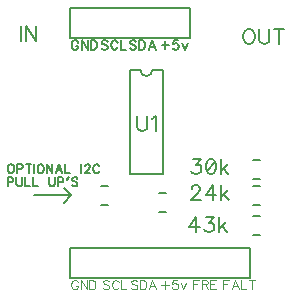
<source format=gto>
G04 DipTrace 3.0.0.2*
G04 TopSilk.GTO*
%MOIN*%
G04 #@! TF.FileFunction,Legend,Top*
G04 #@! TF.Part,Single*
%ADD10C,0.007874*%
%ADD37C,0.00772*%
%ADD38C,0.005906*%
%ADD39C,0.004632*%
%FSLAX26Y26*%
G04*
G70*
G90*
G75*
G01*
G04 TopSilk*
%LPD*%
X608101Y537453D2*
D10*
X1208046D1*
Y437451D1*
X608101D1*
Y537453D1*
X608056Y1337456D2*
X1008091D1*
Y1237451D1*
X608056D1*
Y1337456D1*
X713916Y680987D2*
X737475D1*
X713916Y743916D2*
X737475D1*
X907665Y655987D2*
X931224D1*
X907665Y718916D2*
X931224D1*
X1220159Y768488D2*
X1243718D1*
X1220159Y831417D2*
X1243718D1*
X1220159Y680987D2*
X1243718D1*
X1220159Y743916D2*
X1243718D1*
X1220159Y580986D2*
X1243718D1*
X1220159Y643915D2*
X1243718D1*
X809270Y1129420D2*
Y782963D1*
X919484Y1129420D2*
Y782963D1*
X809270D2*
X919484D1*
X809270Y1129420D2*
X844704D1*
X884050D2*
X919484D1*
X844704D2*
G03X884050Y1129420I19673J-6D01*
G01*
X489325Y712451D2*
X614325D1*
X589325Y687451D1*
X614325Y712451D2*
X589325Y737451D1*
X446107Y1275979D2*
D37*
Y1225739D1*
X495040Y1275979D2*
Y1225739D1*
X461546Y1275979D1*
Y1225739D1*
X1201577Y1266908D2*
X1196768Y1264532D1*
X1192015Y1259723D1*
X1189583Y1254970D1*
X1187207Y1247785D1*
Y1235791D1*
X1189583Y1228662D1*
X1192015Y1223853D1*
X1196768Y1219100D1*
X1201577Y1216668D1*
X1211138D1*
X1215892Y1219100D1*
X1220700Y1223853D1*
X1223077Y1228662D1*
X1225453Y1235791D1*
Y1247785D1*
X1223077Y1254970D1*
X1220700Y1259723D1*
X1215892Y1264532D1*
X1211138Y1266908D1*
X1201577D1*
X1240892D2*
Y1231038D1*
X1243269Y1223853D1*
X1248077Y1219100D1*
X1255262Y1216668D1*
X1260016D1*
X1267201Y1219100D1*
X1272009Y1223853D1*
X1274386Y1231038D1*
Y1266908D1*
X1306572D2*
Y1216668D1*
X1289825Y1266908D2*
X1323318D1*
X1018426Y833562D2*
X1044679D1*
X1030365Y814438D1*
X1037550D1*
X1042303Y812062D1*
X1044679Y809685D1*
X1047111Y802500D1*
Y797747D1*
X1044679Y790562D1*
X1039926Y785753D1*
X1032741Y783377D1*
X1025556D1*
X1018426Y785753D1*
X1016050Y788185D1*
X1013618Y792938D1*
X1076921Y833562D2*
X1069736Y831185D1*
X1064927Y824000D1*
X1062551Y812062D1*
Y804877D1*
X1064927Y792938D1*
X1069736Y785753D1*
X1076921Y783377D1*
X1081674D1*
X1088859Y785753D1*
X1093612Y792938D1*
X1096044Y804877D1*
Y812062D1*
X1093612Y824000D1*
X1088859Y831185D1*
X1081674Y833562D1*
X1076921D1*
X1093612Y824000D2*
X1064927Y792938D1*
X1111483Y833617D2*
Y783377D1*
X1135415Y816870D2*
X1111483Y792938D1*
X1121045Y802500D2*
X1137791Y783377D1*
X1014862Y734106D2*
Y736483D1*
X1017238Y741291D1*
X1019615Y743668D1*
X1024423Y746044D1*
X1033985D1*
X1038738Y743668D1*
X1041115Y741291D1*
X1043546Y736483D1*
Y731730D1*
X1041115Y726921D1*
X1036361Y719791D1*
X1012430Y695860D1*
X1045923D1*
X1085294D2*
Y746044D1*
X1061362Y712606D1*
X1097232D1*
X1112671Y746100D2*
Y695860D1*
X1136603Y729353D2*
X1112671Y705421D1*
X1122233Y714983D2*
X1138980Y695860D1*
X1030112Y589609D2*
Y639794D1*
X1006180Y606356D1*
X1042050D1*
X1062298Y639794D2*
X1088551D1*
X1074236Y620671D1*
X1081421D1*
X1086174Y618294D1*
X1088551Y615917D1*
X1090983Y608732D1*
Y603979D1*
X1088551Y596794D1*
X1083798Y591986D1*
X1076613Y589609D1*
X1069428D1*
X1062298Y591986D1*
X1059921Y594418D1*
X1057490Y599171D1*
X1106422Y639849D2*
Y589609D1*
X1130354Y623102D2*
X1106422Y599171D1*
X1115984Y608732D2*
X1132730Y589609D1*
X833914Y977667D2*
Y941797D1*
X836290Y934612D1*
X841099Y929858D1*
X848284Y927427D1*
X853037D1*
X860222Y929858D1*
X865030Y934612D1*
X867407Y941797D1*
Y977667D1*
X882846Y968050D2*
X887655Y970482D1*
X894840Y977611D1*
Y927427D1*
X410219Y816456D2*
D38*
X407623Y815030D1*
X405056Y812145D1*
X403743Y809293D1*
X402459Y804982D1*
Y797786D1*
X403743Y793508D1*
X405056Y790623D1*
X407623Y787771D1*
X410219Y786312D1*
X415382D1*
X417949Y787771D1*
X420546Y790623D1*
X421829Y793508D1*
X423112Y797786D1*
Y804982D1*
X421829Y809293D1*
X420546Y812145D1*
X417949Y815030D1*
X415382Y816456D1*
X410219D1*
X433742Y800671D2*
X445382D1*
X449232Y802097D1*
X450545Y803556D1*
X451829Y806408D1*
Y810719D1*
X450545Y813571D1*
X449232Y815030D1*
X445382Y816456D1*
X433742D1*
Y786312D1*
X471502Y816456D2*
Y786312D1*
X462459Y816456D2*
X480545D1*
X491175D2*
Y786312D1*
X509565Y816456D2*
X506968Y815030D1*
X504401Y812145D1*
X503088Y809293D1*
X501805Y804982D1*
Y797786D1*
X503088Y793508D1*
X504401Y790623D1*
X506968Y787771D1*
X509565Y786312D1*
X514728D1*
X517295Y787771D1*
X519891Y790623D1*
X521175Y793508D1*
X522458Y797786D1*
Y804982D1*
X521175Y809293D1*
X519891Y812145D1*
X517295Y815030D1*
X514728Y816456D1*
X509565D1*
X551174D2*
Y786312D1*
X533088Y816456D1*
Y786312D1*
X582487D2*
X572131Y816456D1*
X561804Y786312D1*
X565684Y796360D2*
X578607D1*
X593117Y816456D2*
Y786312D1*
X608607D1*
X647774Y816456D2*
Y786312D1*
X659717Y809260D2*
Y810685D1*
X661001Y813571D1*
X662284Y814997D1*
X664881Y816422D1*
X670044D1*
X672611Y814997D1*
X673894Y813571D1*
X675207Y810685D1*
Y807834D1*
X673894Y804949D1*
X671327Y800671D1*
X658404Y786312D1*
X676491D1*
X706490Y809293D2*
X705207Y812145D1*
X702610Y815030D1*
X700044Y816456D1*
X694880D1*
X692284Y815030D1*
X689717Y812145D1*
X688404Y809293D1*
X687120Y804982D1*
Y797786D1*
X688404Y793508D1*
X689717Y790623D1*
X692284Y787771D1*
X694880Y786312D1*
X700044D1*
X702610Y787771D1*
X705207Y790623D1*
X706490Y793508D1*
X402461Y756920D2*
X414100D1*
X417950Y758346D1*
X419264Y759805D1*
X420547Y762657D1*
Y766968D1*
X419264Y769820D1*
X417950Y771279D1*
X414100Y772705D1*
X402461D1*
Y742561D1*
X431177Y772705D2*
Y751183D1*
X432460Y746872D1*
X435057Y744020D1*
X438937Y742561D1*
X441504D1*
X445383Y744020D1*
X447980Y746872D1*
X449263Y751183D1*
Y772705D1*
X459893D2*
Y742561D1*
X475383D1*
X486013Y772705D2*
Y742561D1*
X501503D1*
X540670Y772705D2*
Y751183D1*
X541953Y746872D1*
X544550Y744020D1*
X548430Y742561D1*
X550997D1*
X554877Y744020D1*
X557473Y746872D1*
X558756Y751183D1*
Y772705D1*
X569386Y756920D2*
X581026D1*
X584876Y758346D1*
X586189Y759805D1*
X587473Y762657D1*
Y766968D1*
X586189Y769820D1*
X584876Y771279D1*
X581026Y772705D1*
X569386D1*
Y742561D1*
X604579Y772672D2*
X598103Y764050D1*
X605863Y771246D1*
X604579Y772672D1*
X634579Y768394D2*
X632012Y771279D1*
X628132Y772705D1*
X622969D1*
X619089Y771279D1*
X616492Y768394D1*
Y765542D1*
X617806Y762657D1*
X619089Y761231D1*
X621656Y759805D1*
X629416Y756920D1*
X632012Y755494D1*
X633296Y754035D1*
X634579Y751183D1*
Y746872D1*
X632012Y744020D1*
X628132Y742561D1*
X622969D1*
X619089Y744020D1*
X616492Y746872D1*
X635823Y422464D2*
D39*
X634397Y425316D1*
X631512Y428201D1*
X628660Y429627D1*
X622923D1*
X620038Y428201D1*
X617187Y425316D1*
X615727Y422464D1*
X614301Y418153D1*
Y410957D1*
X615727Y406679D1*
X617187Y403794D1*
X620038Y400942D1*
X622923Y399483D1*
X628660D1*
X631512Y400942D1*
X634397Y403794D1*
X635823Y406679D1*
Y410957D1*
X628660D1*
X665183Y429627D2*
Y399483D1*
X645087Y429627D1*
Y399483D1*
X674447Y429627D2*
Y399483D1*
X684495D1*
X688806Y400942D1*
X691691Y403794D1*
X693117Y406679D1*
X694543Y410957D1*
Y418153D1*
X693117Y422464D1*
X691691Y425316D1*
X688806Y428201D1*
X684495Y429627D1*
X674447D1*
X740636Y425317D2*
X737784Y428202D1*
X733473Y429628D1*
X727736D1*
X723425Y428202D1*
X720540Y425317D1*
Y422465D1*
X721999Y419580D1*
X723425Y418154D1*
X726277Y416728D1*
X734899Y413843D1*
X737784Y412417D1*
X739210Y410958D1*
X740636Y408106D1*
Y403795D1*
X737784Y400943D1*
X733473Y399484D1*
X727736D1*
X723425Y400943D1*
X720540Y403795D1*
X771422Y422465D2*
X769996Y425317D1*
X767111Y428202D1*
X764259Y429628D1*
X758522D1*
X755637Y428202D1*
X752785Y425317D1*
X751326Y422465D1*
X749900Y418154D1*
Y410958D1*
X751326Y406680D1*
X752785Y403795D1*
X755637Y400943D1*
X758522Y399484D1*
X764259D1*
X767111Y400943D1*
X769996Y403795D1*
X771422Y406680D1*
X780685Y429628D2*
Y399484D1*
X797896D1*
X834376Y425317D2*
X831525Y428202D1*
X827214Y429628D1*
X821477D1*
X817166Y428202D1*
X814280Y425317D1*
Y422465D1*
X815740Y419580D1*
X817166Y418154D1*
X820017Y416728D1*
X828639Y413843D1*
X831525Y412417D1*
X832951Y410958D1*
X834376Y408106D1*
Y403795D1*
X831525Y400943D1*
X827214Y399484D1*
X821477D1*
X817166Y400943D1*
X814280Y403795D1*
X843640Y429628D2*
Y399484D1*
X853688D1*
X857999Y400943D1*
X860884Y403795D1*
X862310Y406680D1*
X863736Y410958D1*
Y418154D1*
X862310Y422465D1*
X860884Y425317D1*
X857999Y428202D1*
X853688Y429628D1*
X843640D1*
X895981Y399484D2*
X884474Y429628D1*
X873000Y399484D1*
X877311Y409532D2*
X891670D1*
X1039189Y429628D2*
X1020519D1*
Y399484D1*
Y415269D2*
X1031993D1*
X1048453D2*
X1061353D1*
X1065664Y416728D1*
X1067123Y418154D1*
X1068549Y421006D1*
Y423891D1*
X1067123Y426743D1*
X1065664Y428202D1*
X1061353Y429628D1*
X1048453D1*
Y399484D1*
X1058501Y415269D2*
X1068549Y399484D1*
X1096449Y429628D2*
X1077812D1*
Y399484D1*
X1096449D1*
X1077812Y415269D2*
X1089286D1*
X1139179Y429628D2*
X1120509D1*
Y399484D1*
Y415269D2*
X1131983D1*
X1171423Y399484D2*
X1159916Y429628D1*
X1148442Y399484D1*
X1152753Y409532D2*
X1167112D1*
X1180687Y429628D2*
Y399484D1*
X1197898D1*
X1217209Y429628D2*
Y399484D1*
X1207161Y429628D2*
X1227257D1*
X927180Y427456D2*
Y401623D1*
X914280Y414523D2*
X940113D1*
X966588Y429595D2*
X952262D1*
X950836Y416695D1*
X952262Y418121D1*
X956573Y419580D1*
X960851D1*
X965162Y418121D1*
X968047Y415269D1*
X969473Y410958D1*
Y408106D1*
X968047Y403795D1*
X965162Y400910D1*
X960851Y399484D1*
X956573D1*
X952262Y400910D1*
X950836Y402369D1*
X949377Y405221D1*
X978737Y419580D2*
X987359Y399484D1*
X995947Y419580D1*
X636228Y1221442D2*
D38*
X634802Y1224294D1*
X631917Y1227179D1*
X629065Y1228605D1*
X623328D1*
X620443Y1227179D1*
X617591Y1224294D1*
X616132Y1221442D1*
X614706Y1217131D1*
Y1209935D1*
X616132Y1205657D1*
X617591Y1202772D1*
X620443Y1199920D1*
X623328Y1198461D1*
X629065D1*
X631917Y1199920D1*
X634802Y1202772D1*
X636228Y1205657D1*
Y1209935D1*
X629065D1*
X668135Y1228605D2*
Y1198461D1*
X648039Y1228605D1*
Y1198461D1*
X679946Y1228605D2*
Y1198461D1*
X689994D1*
X694305Y1199920D1*
X697190Y1202772D1*
X698616Y1205657D1*
X700042Y1209935D1*
Y1217131D1*
X698616Y1221442D1*
X697190Y1224294D1*
X694305Y1227179D1*
X689994Y1228605D1*
X679946D1*
X734789Y1224294D2*
X731937Y1227179D1*
X727626Y1228605D1*
X721889D1*
X717578Y1227179D1*
X714693Y1224294D1*
Y1221442D1*
X716152Y1218557D1*
X717578Y1217131D1*
X720430Y1215705D1*
X729052Y1212820D1*
X731937Y1211394D1*
X733363Y1209935D1*
X734789Y1207083D1*
Y1202772D1*
X731937Y1199920D1*
X727626Y1198461D1*
X721889D1*
X717578Y1199920D1*
X714693Y1202772D1*
X768122Y1221442D2*
X766696Y1224294D1*
X763811Y1227179D1*
X760959Y1228605D1*
X755222D1*
X752337Y1227179D1*
X749485Y1224294D1*
X748026Y1221442D1*
X746600Y1217131D1*
Y1209935D1*
X748026Y1205657D1*
X749485Y1202772D1*
X752337Y1199920D1*
X755222Y1198461D1*
X760959D1*
X763811Y1199920D1*
X766696Y1202772D1*
X768122Y1205657D1*
X779933Y1228605D2*
Y1198461D1*
X797144D1*
X828524Y1224294D2*
X825672Y1227179D1*
X821361Y1228605D1*
X815624D1*
X811313Y1227179D1*
X808428Y1224294D1*
Y1221442D1*
X809887Y1218557D1*
X811313Y1217131D1*
X814165Y1215705D1*
X822787Y1212820D1*
X825672Y1211394D1*
X827098Y1209935D1*
X828524Y1207083D1*
Y1202772D1*
X825672Y1199920D1*
X821361Y1198461D1*
X815624D1*
X811313Y1199920D1*
X808428Y1202772D1*
X840335Y1228605D2*
Y1198461D1*
X850383D1*
X854694Y1199920D1*
X857579Y1202772D1*
X859005Y1205657D1*
X860431Y1209935D1*
Y1217131D1*
X859005Y1221442D1*
X857579Y1224294D1*
X854694Y1227179D1*
X850383Y1228605D1*
X840335D1*
X895223Y1198461D2*
X883716Y1228605D1*
X872242Y1198461D1*
X876553Y1208509D2*
X890912D1*
X927556Y1226433D2*
Y1200600D1*
X914656Y1213500D2*
X940489D1*
X969511Y1228572D2*
X955185D1*
X953759Y1215672D1*
X955185Y1217098D1*
X959496Y1218557D1*
X963774D1*
X968085Y1217098D1*
X970970Y1214246D1*
X972396Y1209935D1*
Y1207083D1*
X970970Y1202772D1*
X968085Y1199887D1*
X963774Y1198461D1*
X959496D1*
X955185Y1199887D1*
X953759Y1201346D1*
X952300Y1204198D1*
X984207Y1218557D2*
X992829Y1198461D1*
X1001418Y1218557D1*
M02*

</source>
